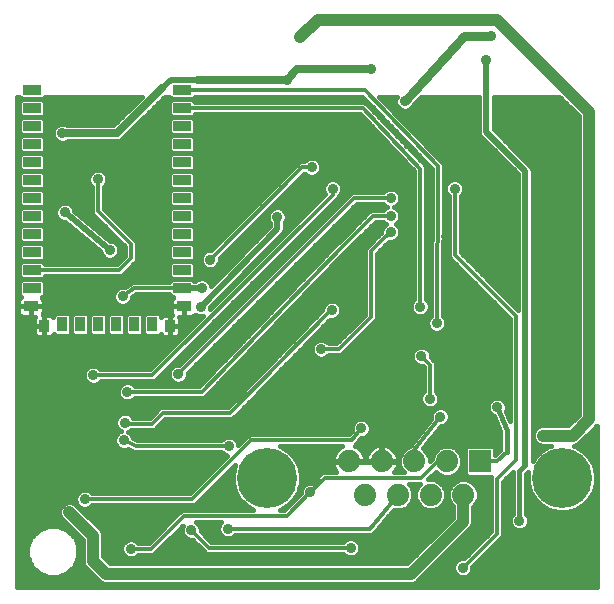
<source format=gbl>
G75*
G70*
%OFA0B0*%
%FSLAX24Y24*%
%IPPOS*%
%LPD*%
%AMOC8*
5,1,8,0,0,1.08239X$1,22.5*
%
%ADD10R,0.0600X0.0320*%
%ADD11R,0.0500X0.0320*%
%ADD12R,0.0320X0.0400*%
%ADD13R,0.0320X0.0500*%
%ADD14R,0.0740X0.0740*%
%ADD15C,0.0740*%
%ADD16C,0.2000*%
%ADD17C,0.0356*%
%ADD18C,0.0200*%
%ADD19C,0.0120*%
%ADD20C,0.0300*%
%ADD21C,0.0400*%
%ADD22C,0.0160*%
%ADD23C,0.0250*%
D10*
X000951Y012697D03*
X000951Y013297D03*
X000951Y013897D03*
X000951Y014497D03*
X000951Y015097D03*
X000951Y015697D03*
X000951Y016297D03*
X000951Y016897D03*
X000951Y017497D03*
X000951Y018097D03*
X000951Y018697D03*
X000951Y019297D03*
X005951Y019297D03*
X005951Y018697D03*
X005951Y018097D03*
X005951Y017497D03*
X005951Y016897D03*
X005951Y016297D03*
X005951Y015697D03*
X005951Y015097D03*
X005951Y014497D03*
X005951Y013897D03*
X005951Y013297D03*
X005951Y012697D03*
D11*
X006001Y012097D03*
X000901Y012097D03*
D12*
X001351Y011447D03*
X005551Y011447D03*
D13*
X004951Y011497D03*
X004351Y011497D03*
X003751Y011497D03*
X003151Y011497D03*
X002551Y011497D03*
X001951Y011497D03*
D14*
X015868Y006938D03*
D15*
X014778Y006938D03*
X015321Y005820D03*
X014231Y005820D03*
X013144Y005820D03*
X013687Y006938D03*
X012597Y006938D03*
X011506Y006938D03*
X012053Y005820D03*
D16*
X008766Y006379D03*
X018609Y006379D03*
D17*
X017979Y007796D03*
X017860Y008426D03*
X018294Y008780D03*
X018687Y008426D03*
X016443Y008741D03*
X015813Y010434D03*
X014829Y011025D03*
X014435Y011536D03*
X014081Y011025D03*
X013766Y011497D03*
X013884Y012088D03*
X012900Y012206D03*
X012900Y012717D03*
X012900Y013190D03*
X012900Y013702D03*
X012900Y014568D03*
X012900Y015119D03*
X012900Y015710D03*
X014514Y017481D03*
X014908Y017127D03*
X015026Y016025D03*
X014081Y017954D03*
X013372Y018938D03*
X012231Y020001D03*
X011128Y021654D03*
X010656Y021654D03*
X010223Y021418D03*
X009868Y021064D03*
X009435Y019647D03*
X009317Y017048D03*
X008923Y016733D03*
X008569Y016418D03*
X008215Y016103D03*
X009120Y015080D03*
X010262Y016733D03*
X010971Y016025D03*
X009278Y012639D03*
X009908Y011891D03*
X010341Y012206D03*
X010931Y011969D03*
X010577Y010670D03*
X012506Y009332D03*
X011916Y008032D03*
X010380Y007206D03*
X010223Y005906D03*
X011561Y004056D03*
X012388Y004056D03*
X012782Y004568D03*
X013057Y004056D03*
X013451Y004568D03*
X015301Y003387D03*
X016955Y003347D03*
X017467Y003347D03*
X017979Y003347D03*
X017742Y003820D03*
X017231Y003820D03*
X017191Y004962D03*
X018333Y003820D03*
X018530Y003347D03*
X014553Y008426D03*
X014199Y009017D03*
X013923Y010434D03*
X014986Y012560D03*
X014986Y013111D03*
X018845Y013190D03*
X018845Y012599D03*
X018609Y017284D03*
X018609Y018032D03*
X016089Y020316D03*
X016246Y021103D03*
X015577Y018584D03*
X015065Y018584D03*
X006876Y013662D03*
X006601Y012717D03*
X006561Y012088D03*
X004475Y012166D03*
X003963Y012442D03*
X003530Y013977D03*
X004357Y014686D03*
X004357Y015158D03*
X003136Y016340D03*
X002624Y016261D03*
X002034Y015237D03*
X001955Y017875D03*
X002585Y018387D03*
X004514Y017757D03*
X005065Y017757D03*
X005065Y018229D03*
X005813Y009843D03*
X007427Y009135D03*
X007860Y009568D03*
X008412Y008820D03*
X007506Y007442D03*
X006483Y008032D03*
X005931Y008032D03*
X004042Y008229D03*
X004002Y007639D03*
X004120Y009253D03*
X002979Y009804D03*
X002191Y005749D03*
X002191Y005237D03*
X002703Y005670D03*
X002979Y003977D03*
X004238Y004017D03*
X006246Y004647D03*
X007467Y004686D03*
X000695Y004529D03*
X000695Y005080D03*
X000734Y003032D03*
D18*
X006561Y012088D02*
X009120Y014686D01*
X009120Y015080D01*
X006601Y012717D02*
X005971Y012717D01*
X005951Y012697D01*
X003530Y013977D02*
X002034Y015237D01*
X005262Y019371D02*
X005577Y019647D01*
X006483Y019647D01*
X016089Y020316D02*
X016089Y017914D01*
X017388Y016615D01*
X017388Y006812D01*
D19*
X017073Y006969D02*
X016443Y006340D01*
X016443Y004529D01*
X015301Y003387D01*
X013144Y005820D02*
X012207Y004686D01*
X007467Y004686D01*
X006837Y004056D02*
X011561Y004056D01*
X010223Y005906D02*
X010695Y006379D01*
X013923Y006379D01*
X014483Y006938D01*
X014778Y006938D01*
X015868Y006938D02*
X016451Y006938D01*
X016758Y007245D01*
X017073Y006969D02*
X017073Y011773D01*
X015026Y013820D01*
X015026Y016025D01*
X014475Y016773D02*
X014435Y011576D01*
X014435Y011536D01*
X013884Y012088D02*
X013884Y016694D01*
X011960Y018697D01*
X005951Y018697D01*
X005951Y019297D02*
X012029Y019297D01*
X014475Y016773D01*
X012900Y015710D02*
X011679Y015710D01*
X005813Y009843D01*
X004947Y009804D02*
X002979Y009804D01*
X004120Y009253D02*
X006601Y009253D01*
X011246Y014056D01*
X012309Y015119D01*
X012900Y015119D01*
X012900Y014568D02*
X012703Y014410D01*
X012231Y013938D01*
X012231Y011733D01*
X011168Y010670D01*
X010577Y010670D01*
X010774Y011851D02*
X010892Y011969D01*
X010931Y011969D01*
X010774Y011851D02*
X007546Y008544D01*
X005301Y008544D01*
X004947Y008190D01*
X004081Y008190D01*
X004042Y008229D01*
X004002Y007639D02*
X004396Y007442D01*
X007506Y007442D01*
X008254Y007639D02*
X006286Y005670D01*
X002703Y005670D01*
X004238Y004017D02*
X004908Y004017D01*
X006010Y005119D01*
X009435Y005119D01*
X010223Y005906D01*
X011601Y007639D02*
X008254Y007639D01*
X006246Y004647D02*
X006837Y004056D01*
X011601Y007639D02*
X011916Y008032D01*
X013687Y007324D02*
X013687Y006938D01*
X013687Y007324D02*
X014553Y008426D01*
X014199Y009017D02*
X014199Y010158D01*
X013923Y010434D01*
X010971Y015828D02*
X010971Y016025D01*
X010971Y015828D02*
X004947Y009804D01*
X003963Y012442D02*
X004336Y012697D01*
X005951Y012697D01*
X006876Y013662D02*
X009947Y016733D01*
X010262Y016733D01*
X004238Y014174D02*
X004238Y013702D01*
X003845Y013308D01*
X000962Y013308D01*
X000951Y013297D01*
X003136Y015277D02*
X004238Y014174D01*
X003136Y015277D02*
X003136Y016340D01*
D20*
X013372Y018938D02*
X015341Y021103D01*
X016246Y021103D01*
D21*
X016443Y021654D02*
X011128Y021654D01*
X010459Y021654D01*
X009868Y021064D01*
X016443Y021654D02*
X019514Y018584D01*
X019514Y008347D01*
X018963Y007796D01*
X017979Y007796D01*
X015321Y005820D02*
X015301Y005800D01*
X015301Y004922D01*
X013569Y003190D01*
X003412Y003190D01*
X002979Y003623D01*
X002979Y003977D01*
X002979Y004450D01*
X002191Y005237D01*
D22*
X000442Y002740D02*
X000442Y019095D01*
X000511Y019095D01*
X000511Y019079D01*
X000593Y018997D01*
X001309Y018997D01*
X001391Y019079D01*
X001391Y019095D01*
X004612Y019095D01*
X003656Y018140D01*
X002140Y018140D01*
X002135Y018145D01*
X002018Y018193D01*
X001892Y018193D01*
X001775Y018145D01*
X001685Y018055D01*
X001637Y017938D01*
X001637Y017812D01*
X001685Y017695D01*
X001775Y017605D01*
X001892Y017557D01*
X002018Y017557D01*
X002135Y017605D01*
X002140Y017610D01*
X003713Y017610D01*
X003819Y017610D01*
X003916Y017650D01*
X005361Y019095D01*
X005511Y019095D01*
X005511Y019079D01*
X005593Y018997D01*
X006309Y018997D01*
X006391Y019079D01*
X006391Y019095D01*
X011946Y019095D01*
X014274Y016692D01*
X014237Y011788D01*
X014166Y011717D01*
X014117Y011600D01*
X014117Y011473D01*
X014166Y011356D01*
X014255Y011267D01*
X014372Y011218D01*
X014499Y011218D01*
X014615Y011267D01*
X014705Y011356D01*
X014753Y011473D01*
X014753Y011600D01*
X014705Y011717D01*
X014637Y011785D01*
X014675Y016771D01*
X014676Y016852D01*
X014675Y016853D01*
X014675Y016854D01*
X014618Y016912D01*
X012503Y019095D01*
X013093Y019095D01*
X013054Y019001D01*
X013054Y018875D01*
X013103Y018758D01*
X013192Y018668D01*
X013309Y018620D01*
X013436Y018620D01*
X013552Y018668D01*
X013642Y018758D01*
X013677Y018842D01*
X013907Y019095D01*
X015849Y019095D01*
X015849Y017867D01*
X015885Y017778D01*
X015953Y017711D01*
X017148Y016516D01*
X017148Y011980D01*
X015226Y013903D01*
X015226Y015775D01*
X015295Y015844D01*
X015344Y015961D01*
X015344Y016088D01*
X015295Y016205D01*
X015206Y016294D01*
X015089Y016343D01*
X014963Y016343D01*
X014846Y016294D01*
X014756Y016205D01*
X014708Y016088D01*
X014708Y015961D01*
X014756Y015844D01*
X014826Y015775D01*
X014826Y013737D01*
X014943Y013620D01*
X016873Y011690D01*
X016873Y008287D01*
X016735Y008615D01*
X016761Y008678D01*
X016761Y008804D01*
X016713Y008921D01*
X016623Y009011D01*
X016506Y009059D01*
X016380Y009059D01*
X016263Y009011D01*
X016173Y008921D01*
X016125Y008804D01*
X016125Y008678D01*
X016173Y008561D01*
X016263Y008471D01*
X016330Y008444D01*
X016538Y007949D01*
X016538Y007308D01*
X016378Y007148D01*
X016378Y007366D01*
X016296Y007448D01*
X015440Y007448D01*
X015358Y007366D01*
X015358Y006510D01*
X015440Y006428D01*
X016249Y006428D01*
X016243Y006422D01*
X016243Y004611D01*
X015337Y003705D01*
X015238Y003705D01*
X015121Y003656D01*
X015032Y003567D01*
X014983Y003450D01*
X014983Y003323D01*
X015032Y003207D01*
X015121Y003117D01*
X015238Y003069D01*
X015365Y003069D01*
X015482Y003117D01*
X015571Y003207D01*
X015619Y003323D01*
X015619Y003422D01*
X016643Y004446D01*
X016643Y004611D01*
X016643Y006257D01*
X016971Y006585D01*
X016971Y005191D01*
X016921Y005142D01*
X016873Y005025D01*
X016873Y004898D01*
X016921Y004781D01*
X017011Y004692D01*
X017128Y004643D01*
X017254Y004643D01*
X017371Y004692D01*
X017461Y004781D01*
X017509Y004898D01*
X017509Y005025D01*
X017461Y005142D01*
X017411Y005191D01*
X017411Y006524D01*
X017476Y006589D01*
X017486Y006593D01*
X017469Y006529D01*
X017469Y006229D01*
X017546Y005939D01*
X017696Y005679D01*
X017909Y005467D01*
X018168Y005317D01*
X018458Y005239D01*
X018759Y005239D01*
X019049Y005317D01*
X019308Y005467D01*
X019521Y005679D01*
X019671Y005939D01*
X019748Y006229D01*
X019748Y006529D01*
X019671Y006819D01*
X019521Y007079D01*
X019308Y007291D01*
X019049Y007441D01*
X018992Y007456D01*
X019030Y007456D01*
X019155Y007508D01*
X019707Y008059D01*
X019767Y008120D01*
X019767Y002740D01*
X000442Y002740D01*
X000442Y002877D02*
X003278Y002877D01*
X003219Y002902D02*
X003344Y002850D01*
X003479Y002850D01*
X013637Y002850D01*
X013762Y002902D01*
X013857Y002997D01*
X015590Y004730D01*
X015641Y004855D01*
X015641Y004990D01*
X015641Y005419D01*
X015753Y005531D01*
X015831Y005718D01*
X015831Y005921D01*
X015753Y006109D01*
X015610Y006252D01*
X015423Y006330D01*
X015220Y006330D01*
X015032Y006252D01*
X014889Y006109D01*
X014811Y005921D01*
X014811Y005718D01*
X014889Y005531D01*
X014961Y005458D01*
X014961Y005063D01*
X013428Y003530D01*
X003552Y003530D01*
X003319Y003764D01*
X003319Y004045D01*
X003319Y004382D01*
X003319Y004517D01*
X003267Y004642D01*
X002384Y005525D01*
X002259Y005577D01*
X002124Y005577D01*
X001999Y005525D01*
X001903Y005430D01*
X001851Y005305D01*
X001851Y005169D01*
X001903Y005045D01*
X002639Y004309D01*
X002639Y004045D01*
X002639Y003555D01*
X002690Y003430D01*
X002786Y003335D01*
X003219Y002902D01*
X003085Y003036D02*
X000442Y003036D01*
X000442Y003194D02*
X001215Y003194D01*
X001159Y003217D02*
X001471Y003088D01*
X001590Y003088D01*
X001590Y003088D01*
X001615Y003088D01*
X001640Y003088D01*
X001690Y003088D01*
X001809Y003088D01*
X001809Y003088D01*
X002121Y003217D01*
X002121Y003217D01*
X002361Y003456D01*
X002361Y003456D01*
X002490Y003769D01*
X002490Y004107D01*
X002361Y004419D01*
X002121Y004658D01*
X001809Y004788D01*
X001690Y004788D01*
X001640Y004788D01*
X001639Y004788D01*
X001590Y004788D01*
X001471Y004788D01*
X001159Y004658D01*
X001159Y004658D01*
X000919Y004419D01*
X000790Y004107D01*
X000790Y003769D01*
X000790Y003769D01*
X000919Y003456D01*
X001159Y003217D01*
X001159Y003217D01*
X001023Y003353D02*
X000442Y003353D01*
X000442Y003511D02*
X000897Y003511D01*
X000919Y003456D02*
X000919Y003456D01*
X000831Y003670D02*
X000442Y003670D01*
X000442Y003828D02*
X000790Y003828D01*
X000790Y003987D02*
X000442Y003987D01*
X000442Y004145D02*
X000806Y004145D01*
X000790Y004107D02*
X000790Y004107D01*
X000872Y004304D02*
X000442Y004304D01*
X000442Y004463D02*
X000963Y004463D01*
X000919Y004419D02*
X000919Y004419D01*
X001121Y004621D02*
X000442Y004621D01*
X000442Y004780D02*
X001451Y004780D01*
X001471Y004788D02*
X001471Y004788D01*
X001590Y004788D02*
X001590Y004788D01*
X001690Y004788D02*
X001690Y004788D01*
X001809Y004788D02*
X001809Y004788D01*
X001829Y004780D02*
X002168Y004780D01*
X002121Y004658D02*
X002121Y004658D01*
X002159Y004621D02*
X002326Y004621D01*
X002317Y004463D02*
X002485Y004463D01*
X002361Y004419D02*
X002361Y004419D01*
X002408Y004304D02*
X002639Y004304D01*
X002639Y004145D02*
X002474Y004145D01*
X002490Y004107D02*
X002490Y004107D01*
X002490Y003987D02*
X002639Y003987D01*
X002639Y003828D02*
X002490Y003828D01*
X002490Y003769D02*
X002490Y003769D01*
X002449Y003670D02*
X002639Y003670D01*
X002657Y003511D02*
X002383Y003511D01*
X002257Y003353D02*
X002768Y003353D01*
X002927Y003194D02*
X002065Y003194D01*
X001690Y003088D02*
X001690Y003088D01*
X001471Y003088D02*
X001471Y003088D01*
X003129Y004780D02*
X005388Y004780D01*
X005546Y004938D02*
X002971Y004938D01*
X002812Y005097D02*
X005705Y005097D01*
X005810Y005202D02*
X004825Y004217D01*
X004488Y004217D01*
X004419Y004286D01*
X004302Y004335D01*
X004175Y004335D01*
X004058Y004286D01*
X003969Y004197D01*
X003920Y004080D01*
X003920Y003953D01*
X003969Y003836D01*
X004058Y003747D01*
X004175Y003699D01*
X004302Y003699D01*
X004419Y003747D01*
X004488Y003817D01*
X004991Y003817D01*
X005108Y003934D01*
X005960Y004786D01*
X005928Y004710D01*
X005928Y004583D01*
X005977Y004466D01*
X006066Y004377D01*
X006183Y004329D01*
X006282Y004329D01*
X006637Y003973D01*
X006754Y003856D01*
X011311Y003856D01*
X011381Y003786D01*
X011498Y003738D01*
X011625Y003738D01*
X011741Y003786D01*
X011831Y003876D01*
X011879Y003993D01*
X011879Y004119D01*
X011831Y004236D01*
X011741Y004326D01*
X011625Y004374D01*
X011498Y004374D01*
X011381Y004326D01*
X011311Y004256D01*
X006920Y004256D01*
X006564Y004611D01*
X006564Y004710D01*
X006516Y004827D01*
X006426Y004916D01*
X006420Y004919D01*
X007250Y004919D01*
X007197Y004866D01*
X007149Y004749D01*
X007149Y004623D01*
X007197Y004506D01*
X007287Y004416D01*
X007403Y004368D01*
X007530Y004368D01*
X007647Y004416D01*
X007717Y004486D01*
X012135Y004486D01*
X012143Y004479D01*
X012216Y004486D01*
X012290Y004486D01*
X012297Y004494D01*
X012308Y004495D01*
X012355Y004551D01*
X012407Y004603D01*
X012407Y004614D01*
X012997Y005329D01*
X013042Y005310D01*
X013245Y005310D01*
X013433Y005387D01*
X013576Y005531D01*
X013654Y005718D01*
X013654Y005921D01*
X013576Y006109D01*
X013506Y006179D01*
X013868Y006179D01*
X013798Y006109D01*
X013721Y005921D01*
X013721Y005718D01*
X013798Y005531D01*
X013942Y005387D01*
X014129Y005310D01*
X014332Y005310D01*
X014519Y005387D01*
X014663Y005531D01*
X014741Y005718D01*
X014741Y005921D01*
X014663Y006109D01*
X014519Y006252D01*
X014332Y006330D01*
X014157Y006330D01*
X014411Y006584D01*
X014489Y006506D01*
X014676Y006428D01*
X014879Y006428D01*
X015067Y006506D01*
X015210Y006649D01*
X015288Y006836D01*
X015288Y007039D01*
X015210Y007227D01*
X015067Y007370D01*
X014879Y007448D01*
X014676Y007448D01*
X014489Y007370D01*
X014345Y007227D01*
X014268Y007039D01*
X014268Y007006D01*
X014197Y006935D01*
X014197Y007039D01*
X014120Y007227D01*
X013977Y007369D01*
X014558Y008108D01*
X014617Y008108D01*
X014734Y008156D01*
X014823Y008246D01*
X014871Y008363D01*
X014871Y008489D01*
X014823Y008606D01*
X014734Y008696D01*
X014617Y008744D01*
X014490Y008744D01*
X014373Y008696D01*
X014284Y008606D01*
X014235Y008489D01*
X014235Y008363D01*
X014240Y008351D01*
X013537Y007457D01*
X013488Y007407D01*
X013398Y007370D01*
X013255Y007227D01*
X013177Y007039D01*
X013177Y006836D01*
X013255Y006649D01*
X013325Y006579D01*
X013015Y006579D01*
X013016Y006580D01*
X013067Y006650D01*
X013106Y006727D01*
X013133Y006809D01*
X013147Y006895D01*
X013147Y006918D01*
X012617Y006918D01*
X012617Y006958D01*
X013147Y006958D01*
X013147Y006981D01*
X013133Y007067D01*
X013106Y007149D01*
X013067Y007226D01*
X013016Y007296D01*
X012955Y007357D01*
X012885Y007408D01*
X012808Y007448D01*
X012725Y007474D01*
X012640Y007488D01*
X012617Y007488D01*
X012617Y006958D01*
X012577Y006958D01*
X012577Y007488D01*
X012553Y007488D01*
X012468Y007474D01*
X012386Y007448D01*
X012308Y007408D01*
X012238Y007357D01*
X012177Y007296D01*
X012126Y007226D01*
X012087Y007149D01*
X012060Y007067D01*
X012051Y007011D01*
X012043Y007067D01*
X012016Y007149D01*
X011976Y007226D01*
X011926Y007296D01*
X011864Y007357D01*
X011794Y007408D01*
X011717Y007448D01*
X011707Y007451D01*
X011750Y007505D01*
X011801Y007556D01*
X011801Y007569D01*
X011917Y007714D01*
X011979Y007714D01*
X012096Y007763D01*
X012185Y007852D01*
X012234Y007969D01*
X012234Y008096D01*
X012185Y008213D01*
X012096Y008302D01*
X011979Y008351D01*
X011852Y008351D01*
X011735Y008302D01*
X011646Y008213D01*
X011597Y008096D01*
X011597Y007969D01*
X011601Y007960D01*
X011504Y007839D01*
X008337Y007839D01*
X008171Y007839D01*
X007824Y007492D01*
X007824Y007505D01*
X007776Y007622D01*
X007686Y007712D01*
X007569Y007760D01*
X007443Y007760D01*
X007326Y007712D01*
X007256Y007642D01*
X004443Y007642D01*
X004320Y007704D01*
X004272Y007819D01*
X004182Y007908D01*
X004140Y007926D01*
X004222Y007960D01*
X004252Y007990D01*
X005030Y007990D01*
X005147Y008107D01*
X005384Y008344D01*
X007464Y008344D01*
X007465Y008343D01*
X007546Y008344D01*
X007628Y008344D01*
X007629Y008345D01*
X007631Y008345D01*
X007687Y008403D01*
X007745Y008461D01*
X007745Y008463D01*
X010861Y011654D01*
X010868Y011651D01*
X010995Y011651D01*
X011111Y011700D01*
X011201Y011789D01*
X011249Y011906D01*
X011249Y012033D01*
X011201Y012150D01*
X011111Y012239D01*
X010995Y012288D01*
X010868Y012288D01*
X010751Y012239D01*
X010662Y012150D01*
X010613Y012033D01*
X010613Y011974D01*
X010574Y011934D01*
X010574Y011933D01*
X007461Y008744D01*
X005384Y008744D01*
X005219Y008744D01*
X004864Y008390D01*
X004319Y008390D01*
X004311Y008409D01*
X004222Y008499D01*
X004105Y008547D01*
X003978Y008547D01*
X003861Y008499D01*
X003772Y008409D01*
X003723Y008293D01*
X003723Y008166D01*
X003772Y008049D01*
X003861Y007960D01*
X003904Y007942D01*
X003822Y007908D01*
X003733Y007819D01*
X003684Y007702D01*
X003684Y007575D01*
X003733Y007459D01*
X003822Y007369D01*
X003939Y007321D01*
X004065Y007321D01*
X004134Y007349D01*
X004277Y007277D01*
X004313Y007242D01*
X004349Y007242D01*
X004381Y007226D01*
X004428Y007242D01*
X007256Y007242D01*
X007326Y007172D01*
X007443Y007124D01*
X007456Y007124D01*
X006203Y005870D01*
X002953Y005870D01*
X002883Y005940D01*
X002766Y005988D01*
X002640Y005988D01*
X002523Y005940D01*
X002433Y005850D01*
X002385Y005734D01*
X002385Y005607D01*
X002433Y005490D01*
X002523Y005401D01*
X002640Y005352D01*
X002766Y005352D01*
X002883Y005401D01*
X002953Y005470D01*
X006369Y005470D01*
X006486Y005587D01*
X007699Y006801D01*
X007626Y006529D01*
X007626Y006229D01*
X007704Y005939D01*
X007854Y005679D01*
X008066Y005467D01*
X008322Y005319D01*
X005927Y005319D01*
X005810Y005202D01*
X005810Y005202D01*
X005863Y005255D02*
X002654Y005255D01*
X002510Y005414D02*
X002495Y005414D01*
X002399Y005572D02*
X002270Y005572D01*
X002112Y005572D02*
X000442Y005572D01*
X000442Y005414D02*
X001896Y005414D01*
X001851Y005255D02*
X000442Y005255D01*
X000442Y005097D02*
X001881Y005097D01*
X002009Y004938D02*
X000442Y004938D01*
X000442Y005731D02*
X002385Y005731D01*
X002472Y005889D02*
X000442Y005889D01*
X000442Y006048D02*
X006381Y006048D01*
X006539Y006206D02*
X000442Y006206D01*
X000442Y006365D02*
X006698Y006365D01*
X006856Y006524D02*
X000442Y006524D01*
X000442Y006682D02*
X007015Y006682D01*
X007173Y006841D02*
X000442Y006841D01*
X000442Y006999D02*
X007332Y006999D01*
X007361Y007158D02*
X000442Y007158D01*
X000442Y007316D02*
X004200Y007316D01*
X004283Y007792D02*
X008125Y007792D01*
X007966Y007633D02*
X007764Y007633D01*
X007710Y008426D02*
X014235Y008426D01*
X014275Y008585D02*
X007864Y008585D01*
X008019Y008743D02*
X014028Y008743D01*
X014019Y008747D02*
X014136Y008699D01*
X014262Y008699D01*
X014379Y008747D01*
X014469Y008836D01*
X014517Y008953D01*
X014517Y009080D01*
X014469Y009197D01*
X014399Y009267D01*
X014399Y010076D01*
X014399Y010241D01*
X014242Y010399D01*
X014242Y010497D01*
X014193Y010614D01*
X014104Y010704D01*
X013987Y010752D01*
X013860Y010752D01*
X013743Y010704D01*
X013654Y010614D01*
X013605Y010497D01*
X013605Y010371D01*
X013654Y010254D01*
X013743Y010164D01*
X013860Y010116D01*
X013959Y010116D01*
X013999Y010076D01*
X013999Y009267D01*
X013929Y009197D01*
X013881Y009080D01*
X013881Y008953D01*
X013929Y008836D01*
X014019Y008747D01*
X013902Y008902D02*
X008174Y008902D01*
X008329Y009060D02*
X013881Y009060D01*
X013951Y009219D02*
X008483Y009219D01*
X008638Y009377D02*
X013999Y009377D01*
X013999Y009536D02*
X008793Y009536D01*
X008948Y009694D02*
X013999Y009694D01*
X013999Y009853D02*
X009103Y009853D01*
X009257Y010012D02*
X013999Y010012D01*
X013738Y010170D02*
X009412Y010170D01*
X009567Y010329D02*
X013623Y010329D01*
X013605Y010487D02*
X011267Y010487D01*
X011250Y010470D02*
X012313Y011533D01*
X012431Y011650D01*
X012431Y013855D01*
X012829Y014253D01*
X012837Y014250D01*
X012963Y014250D01*
X013080Y014298D01*
X013169Y014388D01*
X013218Y014505D01*
X013218Y014631D01*
X013169Y014748D01*
X013080Y014838D01*
X013066Y014843D01*
X013080Y014849D01*
X013169Y014939D01*
X013218Y015056D01*
X013218Y015182D01*
X013169Y015299D01*
X013080Y015389D01*
X013018Y015414D01*
X013080Y015440D01*
X013169Y015529D01*
X013218Y015646D01*
X013218Y015773D01*
X013169Y015890D01*
X013080Y015979D01*
X012963Y016028D01*
X012837Y016028D01*
X012720Y015979D01*
X012650Y015910D01*
X011596Y015910D01*
X011479Y015792D01*
X005848Y010162D01*
X005750Y010162D01*
X005633Y010113D01*
X005544Y010024D01*
X005495Y009907D01*
X005495Y009780D01*
X005544Y009663D01*
X005633Y009574D01*
X005750Y009525D01*
X005876Y009525D01*
X005993Y009574D01*
X006083Y009663D01*
X006131Y009780D01*
X006131Y009879D01*
X011762Y015510D01*
X012650Y015510D01*
X012720Y015440D01*
X012782Y015414D01*
X012720Y015389D01*
X012650Y015319D01*
X012226Y015319D01*
X012109Y015202D01*
X011162Y014255D01*
X011160Y014255D01*
X011104Y014197D01*
X011046Y014139D01*
X011046Y014137D01*
X006516Y009453D01*
X004370Y009453D01*
X004300Y009523D01*
X004184Y009571D01*
X004057Y009571D01*
X003940Y009523D01*
X003851Y009433D01*
X003802Y009316D01*
X003802Y009190D01*
X003851Y009073D01*
X003940Y008983D01*
X004057Y008935D01*
X004184Y008935D01*
X004300Y008983D01*
X004370Y009053D01*
X006520Y009053D01*
X006521Y009052D01*
X006602Y009053D01*
X006683Y009053D01*
X006685Y009054D01*
X006687Y009054D01*
X006742Y009112D01*
X006801Y009170D01*
X006801Y009172D01*
X011388Y013915D01*
X012392Y014919D01*
X012650Y014919D01*
X012720Y014849D01*
X012734Y014843D01*
X012720Y014838D01*
X012630Y014748D01*
X012582Y014631D01*
X012582Y014572D01*
X012569Y014560D01*
X012513Y014515D01*
X012512Y014502D01*
X012031Y014021D01*
X012031Y013855D01*
X012031Y011816D01*
X011085Y010870D01*
X010827Y010870D01*
X010757Y010940D01*
X010640Y010988D01*
X010514Y010988D01*
X010397Y010940D01*
X010307Y010850D01*
X010259Y010734D01*
X010259Y010607D01*
X010307Y010490D01*
X010397Y010401D01*
X010514Y010352D01*
X010640Y010352D01*
X010757Y010401D01*
X010827Y010470D01*
X011085Y010470D01*
X011250Y010470D01*
X011426Y010646D02*
X013685Y010646D01*
X014162Y010646D02*
X016873Y010646D01*
X016873Y010804D02*
X011584Y010804D01*
X011743Y010963D02*
X016873Y010963D01*
X016873Y011121D02*
X011901Y011121D01*
X012060Y011280D02*
X014242Y011280D01*
X014131Y011438D02*
X012219Y011438D01*
X012377Y011597D02*
X014117Y011597D01*
X014205Y011756D02*
X012431Y011756D01*
X012431Y011914D02*
X013612Y011914D01*
X013614Y011907D02*
X013704Y011818D01*
X013821Y011769D01*
X013947Y011769D01*
X014064Y011818D01*
X014154Y011907D01*
X014202Y012024D01*
X014202Y012151D01*
X014154Y012268D01*
X014084Y012337D01*
X014084Y016692D01*
X014086Y016773D01*
X014084Y016774D01*
X014084Y016777D01*
X014027Y016834D01*
X012160Y018777D01*
X012160Y018780D01*
X012102Y018837D01*
X012046Y018895D01*
X012044Y018895D01*
X012043Y018897D01*
X011962Y018897D01*
X011881Y018899D01*
X011879Y018897D01*
X006391Y018897D01*
X006391Y018915D01*
X006309Y018997D01*
X005593Y018997D01*
X005511Y018915D01*
X005511Y018479D01*
X005593Y018397D01*
X006309Y018397D01*
X006391Y018479D01*
X006391Y018497D01*
X011874Y018497D01*
X013684Y016613D01*
X013684Y012337D01*
X013614Y012268D01*
X013566Y012151D01*
X013566Y012024D01*
X013614Y011907D01*
X013566Y012073D02*
X012431Y012073D01*
X012431Y012231D02*
X013599Y012231D01*
X013684Y012390D02*
X012431Y012390D01*
X012431Y012548D02*
X013684Y012548D01*
X013684Y012707D02*
X012431Y012707D01*
X012431Y012865D02*
X013684Y012865D01*
X013684Y013024D02*
X012431Y013024D01*
X012431Y013182D02*
X013684Y013182D01*
X013684Y013341D02*
X012431Y013341D01*
X012431Y013499D02*
X013684Y013499D01*
X013684Y013658D02*
X012431Y013658D01*
X012431Y013817D02*
X013684Y013817D01*
X013684Y013975D02*
X012551Y013975D01*
X012709Y014134D02*
X013684Y014134D01*
X013684Y014292D02*
X013066Y014292D01*
X013196Y014451D02*
X013684Y014451D01*
X013684Y014609D02*
X013218Y014609D01*
X013150Y014768D02*
X013684Y014768D01*
X013684Y014926D02*
X013157Y014926D01*
X013218Y015085D02*
X013684Y015085D01*
X013684Y015243D02*
X013193Y015243D01*
X013048Y015402D02*
X013684Y015402D01*
X013684Y015561D02*
X013182Y015561D01*
X013218Y015719D02*
X013684Y015719D01*
X013684Y015878D02*
X013175Y015878D01*
X013684Y016036D02*
X011289Y016036D01*
X011289Y016088D02*
X011240Y016205D01*
X011151Y016294D01*
X011034Y016343D01*
X010907Y016343D01*
X010791Y016294D01*
X010701Y016205D01*
X010653Y016088D01*
X010653Y015961D01*
X010701Y015844D01*
X010703Y015843D01*
X006876Y012016D01*
X006879Y012024D01*
X006879Y012069D01*
X009289Y014515D01*
X009324Y014550D01*
X009324Y014551D01*
X009325Y014552D01*
X009342Y014594D01*
X009360Y014638D01*
X009360Y014639D01*
X009361Y014640D01*
X009360Y014688D01*
X009360Y014870D01*
X009390Y014899D01*
X009438Y015016D01*
X009438Y015143D01*
X009390Y015260D01*
X009300Y015349D01*
X009184Y015398D01*
X009057Y015398D01*
X008940Y015349D01*
X008851Y015260D01*
X008802Y015143D01*
X008802Y015016D01*
X008851Y014899D01*
X008880Y014870D01*
X008880Y014784D01*
X006915Y012789D01*
X006870Y012898D01*
X006781Y012987D01*
X006664Y013036D01*
X006537Y013036D01*
X006420Y012987D01*
X006391Y012957D01*
X006349Y012957D01*
X006309Y012997D01*
X006391Y013079D01*
X006391Y013515D01*
X006309Y013597D01*
X006391Y013679D01*
X006391Y014115D01*
X006309Y014197D01*
X006391Y014279D01*
X006391Y014715D01*
X006309Y014797D01*
X006391Y014879D01*
X006391Y015315D01*
X006309Y015397D01*
X006391Y015479D01*
X006391Y015915D01*
X006309Y015997D01*
X006391Y016079D01*
X006391Y016515D01*
X006309Y016597D01*
X006391Y016679D01*
X006391Y017115D01*
X006309Y017197D01*
X006391Y017279D01*
X006391Y017715D01*
X006309Y017797D01*
X006391Y017879D01*
X006391Y018315D01*
X006309Y018397D01*
X005593Y018397D01*
X005511Y018315D01*
X005511Y017879D01*
X005593Y017797D01*
X006309Y017797D01*
X005593Y017797D01*
X005511Y017715D01*
X005511Y017279D01*
X005593Y017197D01*
X006309Y017197D01*
X005593Y017197D01*
X005511Y017115D01*
X005511Y016679D01*
X005593Y016597D01*
X006309Y016597D01*
X005593Y016597D01*
X005511Y016515D01*
X005511Y016079D01*
X005593Y015997D01*
X006309Y015997D01*
X005593Y015997D01*
X005511Y015915D01*
X005511Y015479D01*
X005593Y015397D01*
X006309Y015397D01*
X005593Y015397D01*
X005511Y015315D01*
X005511Y014879D01*
X005593Y014797D01*
X006309Y014797D01*
X005593Y014797D01*
X005511Y014715D01*
X005511Y014279D01*
X005593Y014197D01*
X006309Y014197D01*
X005593Y014197D01*
X005511Y014115D01*
X005511Y013679D01*
X005593Y013597D01*
X006309Y013597D01*
X005593Y013597D01*
X005511Y013515D01*
X005511Y013079D01*
X005593Y012997D01*
X006309Y012997D01*
X005593Y012997D01*
X005511Y012915D01*
X005511Y012897D01*
X004355Y012897D01*
X004292Y012909D01*
X004274Y012897D01*
X004253Y012897D01*
X004208Y012851D01*
X004056Y012748D01*
X004026Y012760D01*
X003900Y012760D01*
X003783Y012712D01*
X003693Y012622D01*
X003645Y012505D01*
X003645Y012379D01*
X003693Y012262D01*
X003783Y012172D01*
X003900Y012124D01*
X004026Y012124D01*
X004143Y012172D01*
X004232Y012262D01*
X004281Y012379D01*
X004281Y012417D01*
X004398Y012497D01*
X005511Y012497D01*
X005511Y012479D01*
X005593Y012397D01*
X005636Y012397D01*
X005607Y012368D01*
X005583Y012326D01*
X005571Y012281D01*
X005571Y012097D01*
X006001Y012097D01*
X006001Y012097D01*
X005571Y012097D01*
X005571Y011913D01*
X005583Y011868D01*
X005607Y011827D01*
X005551Y011827D01*
X005367Y011827D01*
X005322Y011815D01*
X005280Y011791D01*
X005251Y011761D01*
X005251Y011805D01*
X005169Y011887D01*
X004733Y011887D01*
X004651Y011805D01*
X004569Y011887D01*
X004133Y011887D01*
X004051Y011805D01*
X003969Y011887D01*
X003533Y011887D01*
X003451Y011805D01*
X003369Y011887D01*
X002933Y011887D01*
X002851Y011805D01*
X002769Y011887D01*
X002333Y011887D01*
X002251Y011805D01*
X002169Y011887D01*
X001733Y011887D01*
X001651Y011805D01*
X001651Y011761D01*
X001622Y011791D01*
X001580Y011815D01*
X001535Y011827D01*
X001351Y011827D01*
X001295Y011827D01*
X001319Y011868D01*
X001331Y011913D01*
X001331Y012097D01*
X001331Y012281D01*
X001319Y012326D01*
X001295Y012368D01*
X001266Y012397D01*
X001309Y012397D01*
X001391Y012479D01*
X001391Y012915D01*
X001309Y012997D01*
X001391Y013079D01*
X001391Y013108D01*
X003928Y013108D01*
X004045Y013225D01*
X004438Y013619D01*
X004438Y013785D01*
X004438Y014257D01*
X004321Y014374D01*
X003336Y015359D01*
X003336Y016090D01*
X003406Y016159D01*
X003454Y016276D01*
X003454Y016403D01*
X003406Y016520D01*
X003316Y016609D01*
X003199Y016658D01*
X003073Y016658D01*
X002956Y016609D01*
X002866Y016520D01*
X002818Y016403D01*
X002818Y016276D01*
X002866Y016159D01*
X002936Y016090D01*
X002936Y015359D01*
X002936Y015194D01*
X004038Y014091D01*
X004038Y013785D01*
X003762Y013508D01*
X001391Y013508D01*
X001391Y013515D01*
X001309Y013597D01*
X001391Y013679D01*
X001391Y014115D01*
X001309Y014197D01*
X001391Y014279D01*
X001391Y014715D01*
X001309Y014797D01*
X001391Y014879D01*
X001391Y015315D01*
X001309Y015397D01*
X001391Y015479D01*
X001391Y015915D01*
X001309Y015997D01*
X001391Y016079D01*
X001391Y016515D01*
X001309Y016597D01*
X001391Y016679D01*
X001391Y017115D01*
X001309Y017197D01*
X001391Y017279D01*
X001391Y017715D01*
X001309Y017797D01*
X001391Y017879D01*
X001391Y018315D01*
X001309Y018397D01*
X001391Y018479D01*
X001391Y018915D01*
X001309Y018997D01*
X000593Y018997D01*
X000511Y018915D01*
X000511Y018479D01*
X000593Y018397D01*
X001309Y018397D01*
X000593Y018397D01*
X000511Y018315D01*
X000511Y017879D01*
X000593Y017797D01*
X001309Y017797D01*
X000593Y017797D01*
X000511Y017715D01*
X000511Y017279D01*
X000593Y017197D01*
X001309Y017197D01*
X000593Y017197D01*
X000511Y017115D01*
X000511Y016679D01*
X000593Y016597D01*
X001309Y016597D01*
X000593Y016597D01*
X000511Y016515D01*
X000511Y016079D01*
X000593Y015997D01*
X001309Y015997D01*
X000593Y015997D01*
X000511Y015915D01*
X000511Y015479D01*
X000593Y015397D01*
X001309Y015397D01*
X000593Y015397D01*
X000511Y015315D01*
X000511Y014879D01*
X000593Y014797D01*
X001309Y014797D01*
X000593Y014797D01*
X000511Y014715D01*
X000511Y014279D01*
X000593Y014197D01*
X001309Y014197D01*
X000593Y014197D01*
X000511Y014115D01*
X000511Y013679D01*
X000593Y013597D01*
X001309Y013597D01*
X000593Y013597D01*
X000511Y013515D01*
X000511Y013079D01*
X000593Y012997D01*
X001309Y012997D01*
X000593Y012997D01*
X000511Y012915D01*
X000511Y012479D01*
X000571Y012419D01*
X000540Y012401D01*
X000507Y012368D01*
X000483Y012326D01*
X000471Y012281D01*
X000471Y012097D01*
X000901Y012097D01*
X000901Y012097D01*
X000471Y012097D01*
X000471Y011913D01*
X000483Y011868D01*
X000507Y011826D01*
X000540Y011793D01*
X000582Y011769D01*
X000627Y011757D01*
X000901Y011757D01*
X001047Y011757D01*
X001023Y011716D01*
X001011Y011671D01*
X001011Y011447D01*
X001351Y011447D01*
X001351Y011447D01*
X001011Y011447D01*
X001011Y011223D01*
X001023Y011178D01*
X001047Y011136D01*
X001080Y011103D01*
X001122Y011079D01*
X001167Y011067D01*
X001351Y011067D01*
X001535Y011067D01*
X001580Y011079D01*
X001622Y011103D01*
X001655Y011136D01*
X001673Y011167D01*
X001733Y011107D01*
X002169Y011107D01*
X002251Y011189D01*
X002251Y011805D01*
X002251Y011189D01*
X002333Y011107D01*
X002769Y011107D01*
X002851Y011189D01*
X002933Y011107D01*
X003369Y011107D01*
X003451Y011189D01*
X003533Y011107D01*
X003969Y011107D01*
X004051Y011189D01*
X004133Y011107D01*
X004569Y011107D01*
X004651Y011189D01*
X004651Y011805D01*
X004651Y011189D01*
X004733Y011107D01*
X005169Y011107D01*
X005229Y011167D01*
X005247Y011136D01*
X005280Y011103D01*
X005322Y011079D01*
X005367Y011067D01*
X005551Y011067D01*
X005735Y011067D01*
X005780Y011079D01*
X005822Y011103D01*
X005855Y011136D01*
X005879Y011178D01*
X005891Y011223D01*
X005891Y011447D01*
X005891Y011671D01*
X005879Y011716D01*
X005855Y011757D01*
X006001Y011757D01*
X006275Y011757D01*
X006320Y011769D01*
X006362Y011793D01*
X006385Y011816D01*
X006498Y011769D01*
X006625Y011769D01*
X006633Y011773D01*
X004864Y010004D01*
X003228Y010004D01*
X003159Y010074D01*
X003042Y010122D01*
X002915Y010122D01*
X002798Y010074D01*
X002709Y009984D01*
X002660Y009867D01*
X002660Y009741D01*
X002709Y009624D01*
X002798Y009534D01*
X002915Y009486D01*
X003042Y009486D01*
X003159Y009534D01*
X003228Y009604D01*
X004864Y009604D01*
X005030Y009604D01*
X011171Y015745D01*
X011171Y015775D01*
X011240Y015844D01*
X011289Y015961D01*
X011289Y016088D01*
X011245Y016195D02*
X013684Y016195D01*
X013684Y016353D02*
X009850Y016353D01*
X009691Y016195D02*
X010697Y016195D01*
X010653Y016036D02*
X009533Y016036D01*
X009374Y015878D02*
X010687Y015878D01*
X010579Y015719D02*
X009216Y015719D01*
X009057Y015561D02*
X010421Y015561D01*
X010262Y015402D02*
X008899Y015402D01*
X008844Y015243D02*
X008740Y015243D01*
X008802Y015085D02*
X008582Y015085D01*
X008423Y014926D02*
X008839Y014926D01*
X008864Y014768D02*
X008264Y014768D01*
X008106Y014609D02*
X008708Y014609D01*
X008552Y014451D02*
X007947Y014451D01*
X007789Y014292D02*
X008396Y014292D01*
X008240Y014134D02*
X007630Y014134D01*
X007472Y013975D02*
X008083Y013975D01*
X007927Y013817D02*
X007313Y013817D01*
X007194Y013698D02*
X007194Y013599D01*
X007146Y013482D01*
X007056Y013393D01*
X006939Y013344D01*
X006813Y013344D01*
X006696Y013393D01*
X006607Y013482D01*
X006558Y013599D01*
X006558Y013726D01*
X006607Y013843D01*
X006696Y013932D01*
X006813Y013980D01*
X006911Y013980D01*
X009747Y016816D01*
X009864Y016933D01*
X010012Y016933D01*
X010082Y017003D01*
X010199Y017051D01*
X010325Y017051D01*
X010442Y017003D01*
X010532Y016913D01*
X010580Y016796D01*
X010580Y016670D01*
X010532Y016553D01*
X010442Y016464D01*
X010325Y016415D01*
X010199Y016415D01*
X010082Y016464D01*
X010021Y016524D01*
X007194Y013698D01*
X007194Y013658D02*
X007771Y013658D01*
X007615Y013499D02*
X007153Y013499D01*
X007459Y013341D02*
X006391Y013341D01*
X006391Y013499D02*
X006599Y013499D01*
X006558Y013658D02*
X006370Y013658D01*
X006391Y013817D02*
X006596Y013817D01*
X006391Y013975D02*
X006800Y013975D01*
X007065Y014134D02*
X006372Y014134D01*
X006391Y014292D02*
X007223Y014292D01*
X007382Y014451D02*
X006391Y014451D01*
X006391Y014609D02*
X007540Y014609D01*
X007699Y014768D02*
X006338Y014768D01*
X006391Y014926D02*
X007857Y014926D01*
X008016Y015085D02*
X006391Y015085D01*
X006391Y015243D02*
X008174Y015243D01*
X008333Y015402D02*
X006314Y015402D01*
X006391Y015561D02*
X008492Y015561D01*
X008650Y015719D02*
X006391Y015719D01*
X006391Y015878D02*
X008809Y015878D01*
X008967Y016036D02*
X006348Y016036D01*
X006391Y016195D02*
X009126Y016195D01*
X009284Y016353D02*
X006391Y016353D01*
X006391Y016512D02*
X009443Y016512D01*
X009601Y016670D02*
X006382Y016670D01*
X006391Y016829D02*
X009760Y016829D01*
X010066Y016987D02*
X006391Y016987D01*
X006360Y017146D02*
X013172Y017146D01*
X013020Y017305D02*
X006391Y017305D01*
X006391Y017463D02*
X012868Y017463D01*
X012715Y017622D02*
X006391Y017622D01*
X006326Y017780D02*
X012563Y017780D01*
X012411Y017939D02*
X006391Y017939D01*
X006391Y018097D02*
X012259Y018097D01*
X012106Y018256D02*
X006391Y018256D01*
X006326Y018414D02*
X011954Y018414D01*
X012204Y018731D02*
X012298Y018731D01*
X012356Y018573D02*
X012452Y018573D01*
X012509Y018414D02*
X012606Y018414D01*
X012661Y018256D02*
X012759Y018256D01*
X012813Y018097D02*
X012913Y018097D01*
X012965Y017939D02*
X013066Y017939D01*
X013118Y017780D02*
X013220Y017780D01*
X013270Y017622D02*
X013374Y017622D01*
X013422Y017463D02*
X013527Y017463D01*
X013575Y017305D02*
X013681Y017305D01*
X013727Y017146D02*
X013834Y017146D01*
X013879Y016987D02*
X013988Y016987D01*
X014032Y016829D02*
X014142Y016829D01*
X014084Y016670D02*
X014274Y016670D01*
X014273Y016512D02*
X014084Y016512D01*
X014084Y016353D02*
X014271Y016353D01*
X014270Y016195D02*
X014084Y016195D01*
X014084Y016036D02*
X014269Y016036D01*
X014268Y015878D02*
X014084Y015878D01*
X014084Y015719D02*
X014267Y015719D01*
X014266Y015561D02*
X014084Y015561D01*
X014084Y015402D02*
X014264Y015402D01*
X014263Y015243D02*
X014084Y015243D01*
X014084Y015085D02*
X014262Y015085D01*
X014261Y014926D02*
X014084Y014926D01*
X014084Y014768D02*
X014259Y014768D01*
X014258Y014609D02*
X014084Y014609D01*
X014084Y014451D02*
X014257Y014451D01*
X014256Y014292D02*
X014084Y014292D01*
X014084Y014134D02*
X014255Y014134D01*
X014254Y013975D02*
X014084Y013975D01*
X014084Y013817D02*
X014252Y013817D01*
X014251Y013658D02*
X014084Y013658D01*
X014084Y013499D02*
X014250Y013499D01*
X014249Y013341D02*
X014084Y013341D01*
X014084Y013182D02*
X014247Y013182D01*
X014246Y013024D02*
X014084Y013024D01*
X014084Y012865D02*
X014245Y012865D01*
X014244Y012707D02*
X014084Y012707D01*
X014084Y012548D02*
X014243Y012548D01*
X014241Y012390D02*
X014084Y012390D01*
X014169Y012231D02*
X014240Y012231D01*
X014239Y012073D02*
X014202Y012073D01*
X014238Y011914D02*
X014156Y011914D01*
X014638Y011914D02*
X016649Y011914D01*
X016807Y011756D02*
X014666Y011756D01*
X014753Y011597D02*
X016873Y011597D01*
X016873Y011438D02*
X014739Y011438D01*
X014629Y011280D02*
X016873Y011280D01*
X017056Y012073D02*
X017148Y012073D01*
X017148Y012231D02*
X016897Y012231D01*
X016739Y012390D02*
X017148Y012390D01*
X017148Y012548D02*
X016580Y012548D01*
X016422Y012707D02*
X017148Y012707D01*
X017148Y012865D02*
X016263Y012865D01*
X016105Y013024D02*
X017148Y013024D01*
X017148Y013182D02*
X015946Y013182D01*
X015788Y013341D02*
X017148Y013341D01*
X017148Y013499D02*
X015629Y013499D01*
X015470Y013658D02*
X017148Y013658D01*
X017148Y013817D02*
X015312Y013817D01*
X015226Y013975D02*
X017148Y013975D01*
X017148Y014134D02*
X015226Y014134D01*
X015226Y014292D02*
X017148Y014292D01*
X017148Y014451D02*
X015226Y014451D01*
X015226Y014609D02*
X017148Y014609D01*
X017148Y014768D02*
X015226Y014768D01*
X015226Y014926D02*
X017148Y014926D01*
X017148Y015085D02*
X015226Y015085D01*
X015226Y015243D02*
X017148Y015243D01*
X017148Y015402D02*
X015226Y015402D01*
X015226Y015561D02*
X017148Y015561D01*
X017148Y015719D02*
X015226Y015719D01*
X015309Y015878D02*
X017148Y015878D01*
X017148Y016036D02*
X015344Y016036D01*
X015300Y016195D02*
X017148Y016195D01*
X017148Y016353D02*
X014671Y016353D01*
X014670Y016195D02*
X014752Y016195D01*
X014708Y016036D02*
X014669Y016036D01*
X014668Y015878D02*
X014742Y015878D01*
X014667Y015719D02*
X014826Y015719D01*
X014826Y015561D02*
X014665Y015561D01*
X014664Y015402D02*
X014826Y015402D01*
X014826Y015243D02*
X014663Y015243D01*
X014662Y015085D02*
X014826Y015085D01*
X014826Y014926D02*
X014661Y014926D01*
X014659Y014768D02*
X014826Y014768D01*
X014826Y014609D02*
X014658Y014609D01*
X014657Y014451D02*
X014826Y014451D01*
X014826Y014292D02*
X014656Y014292D01*
X014655Y014134D02*
X014826Y014134D01*
X014826Y013975D02*
X014653Y013975D01*
X014652Y013817D02*
X014826Y013817D01*
X014905Y013658D02*
X014651Y013658D01*
X014650Y013499D02*
X015063Y013499D01*
X015222Y013341D02*
X014649Y013341D01*
X014647Y013182D02*
X015380Y013182D01*
X015539Y013024D02*
X014646Y013024D01*
X014645Y012865D02*
X015697Y012865D01*
X015856Y012707D02*
X014644Y012707D01*
X014643Y012548D02*
X016015Y012548D01*
X016173Y012390D02*
X014641Y012390D01*
X014640Y012231D02*
X016332Y012231D01*
X016490Y012073D02*
X014639Y012073D01*
X014242Y010487D02*
X016873Y010487D01*
X016873Y010329D02*
X014312Y010329D01*
X014399Y010170D02*
X016873Y010170D01*
X016873Y010012D02*
X014399Y010012D01*
X014399Y009853D02*
X016873Y009853D01*
X016873Y009694D02*
X014399Y009694D01*
X014399Y009536D02*
X016873Y009536D01*
X016873Y009377D02*
X014399Y009377D01*
X014447Y009219D02*
X016873Y009219D01*
X016873Y009060D02*
X014517Y009060D01*
X014496Y008902D02*
X016165Y008902D01*
X016125Y008743D02*
X014619Y008743D01*
X014488Y008743D02*
X014370Y008743D01*
X014832Y008585D02*
X016164Y008585D01*
X016337Y008426D02*
X014871Y008426D01*
X014832Y008268D02*
X016404Y008268D01*
X016471Y008109D02*
X014619Y008109D01*
X014434Y007950D02*
X016537Y007950D01*
X016538Y007792D02*
X014309Y007792D01*
X014185Y007633D02*
X016538Y007633D01*
X016538Y007475D02*
X014060Y007475D01*
X014030Y007316D02*
X014435Y007316D01*
X014317Y007158D02*
X014148Y007158D01*
X014197Y006999D02*
X014261Y006999D01*
X014351Y006524D02*
X014471Y006524D01*
X014192Y006365D02*
X016243Y006365D01*
X016243Y006206D02*
X015656Y006206D01*
X015779Y006048D02*
X016243Y006048D01*
X016243Y005889D02*
X015831Y005889D01*
X015831Y005731D02*
X016243Y005731D01*
X016243Y005572D02*
X015771Y005572D01*
X015641Y005414D02*
X016243Y005414D01*
X016243Y005255D02*
X015641Y005255D01*
X015641Y005097D02*
X016243Y005097D01*
X016243Y004938D02*
X015641Y004938D01*
X015610Y004780D02*
X016243Y004780D01*
X016243Y004621D02*
X015481Y004621D01*
X015323Y004463D02*
X016094Y004463D01*
X015936Y004304D02*
X015164Y004304D01*
X015005Y004145D02*
X015777Y004145D01*
X015619Y003987D02*
X014847Y003987D01*
X014688Y003828D02*
X015460Y003828D01*
X015154Y003670D02*
X014530Y003670D01*
X014371Y003511D02*
X015009Y003511D01*
X014983Y003353D02*
X014213Y003353D01*
X014054Y003194D02*
X015044Y003194D01*
X015559Y003194D02*
X019767Y003194D01*
X019767Y003036D02*
X013896Y003036D01*
X013702Y002877D02*
X019767Y002877D01*
X019767Y003353D02*
X015619Y003353D01*
X015709Y003511D02*
X019767Y003511D01*
X019767Y003670D02*
X015867Y003670D01*
X016026Y003828D02*
X019767Y003828D01*
X019767Y003987D02*
X016184Y003987D01*
X016343Y004145D02*
X019767Y004145D01*
X019767Y004304D02*
X016501Y004304D01*
X016643Y004463D02*
X019767Y004463D01*
X019767Y004621D02*
X016643Y004621D01*
X016643Y004780D02*
X016923Y004780D01*
X016873Y004938D02*
X016643Y004938D01*
X016643Y005097D02*
X016903Y005097D01*
X016971Y005255D02*
X016643Y005255D01*
X016643Y005414D02*
X016971Y005414D01*
X016971Y005572D02*
X016643Y005572D01*
X016643Y005731D02*
X016971Y005731D01*
X016971Y005889D02*
X016643Y005889D01*
X016643Y006048D02*
X016971Y006048D01*
X016971Y006206D02*
X016643Y006206D01*
X016751Y006365D02*
X016971Y006365D01*
X016971Y006524D02*
X016910Y006524D01*
X017191Y006615D02*
X017191Y004962D01*
X017479Y005097D02*
X019767Y005097D01*
X019767Y005255D02*
X018820Y005255D01*
X018397Y005255D02*
X017411Y005255D01*
X017411Y005414D02*
X018000Y005414D01*
X017803Y005572D02*
X017411Y005572D01*
X017411Y005731D02*
X017666Y005731D01*
X017575Y005889D02*
X017411Y005889D01*
X017411Y006048D02*
X017517Y006048D01*
X017474Y006206D02*
X017411Y006206D01*
X017411Y006365D02*
X017469Y006365D01*
X017469Y006524D02*
X017411Y006524D01*
X017191Y006615D02*
X017388Y006812D01*
X017628Y006961D02*
X017628Y016567D01*
X017628Y016663D01*
X017591Y016751D01*
X016329Y018014D01*
X016329Y019095D01*
X018521Y019095D01*
X019174Y018443D01*
X019174Y008488D01*
X018822Y008136D01*
X017911Y008136D01*
X017786Y008084D01*
X017690Y007989D01*
X017639Y007864D01*
X017639Y007729D01*
X017690Y007604D01*
X017786Y007508D01*
X017911Y007456D01*
X018225Y007456D01*
X018168Y007441D01*
X017909Y007291D01*
X017696Y007079D01*
X017628Y006961D01*
X017628Y006999D02*
X017650Y006999D01*
X017628Y007158D02*
X017775Y007158D01*
X017628Y007316D02*
X017952Y007316D01*
X017866Y007475D02*
X017628Y007475D01*
X017628Y007633D02*
X017678Y007633D01*
X017639Y007792D02*
X017628Y007792D01*
X017628Y007950D02*
X017674Y007950D01*
X017628Y008109D02*
X017845Y008109D01*
X017628Y008268D02*
X018953Y008268D01*
X019112Y008426D02*
X017628Y008426D01*
X017628Y008585D02*
X019174Y008585D01*
X019174Y008743D02*
X017628Y008743D01*
X017628Y008902D02*
X019174Y008902D01*
X019174Y009060D02*
X017628Y009060D01*
X017628Y009219D02*
X019174Y009219D01*
X019174Y009377D02*
X017628Y009377D01*
X017628Y009536D02*
X019174Y009536D01*
X019174Y009694D02*
X017628Y009694D01*
X017628Y009853D02*
X019174Y009853D01*
X019174Y010012D02*
X017628Y010012D01*
X017628Y010170D02*
X019174Y010170D01*
X019174Y010329D02*
X017628Y010329D01*
X017628Y010487D02*
X019174Y010487D01*
X019174Y010646D02*
X017628Y010646D01*
X017628Y010804D02*
X019174Y010804D01*
X019174Y010963D02*
X017628Y010963D01*
X017628Y011121D02*
X019174Y011121D01*
X019174Y011280D02*
X017628Y011280D01*
X017628Y011438D02*
X019174Y011438D01*
X019174Y011597D02*
X017628Y011597D01*
X017628Y011756D02*
X019174Y011756D01*
X019174Y011914D02*
X017628Y011914D01*
X017628Y012073D02*
X019174Y012073D01*
X019174Y012231D02*
X017628Y012231D01*
X017628Y012390D02*
X019174Y012390D01*
X019174Y012548D02*
X017628Y012548D01*
X017628Y012707D02*
X019174Y012707D01*
X019174Y012865D02*
X017628Y012865D01*
X017628Y013024D02*
X019174Y013024D01*
X019174Y013182D02*
X017628Y013182D01*
X017628Y013341D02*
X019174Y013341D01*
X019174Y013499D02*
X017628Y013499D01*
X017628Y013658D02*
X019174Y013658D01*
X019174Y013817D02*
X017628Y013817D01*
X017628Y013975D02*
X019174Y013975D01*
X019174Y014134D02*
X017628Y014134D01*
X017628Y014292D02*
X019174Y014292D01*
X019174Y014451D02*
X017628Y014451D01*
X017628Y014609D02*
X019174Y014609D01*
X019174Y014768D02*
X017628Y014768D01*
X017628Y014926D02*
X019174Y014926D01*
X019174Y015085D02*
X017628Y015085D01*
X017628Y015243D02*
X019174Y015243D01*
X019174Y015402D02*
X017628Y015402D01*
X017628Y015561D02*
X019174Y015561D01*
X019174Y015719D02*
X017628Y015719D01*
X017628Y015878D02*
X019174Y015878D01*
X019174Y016036D02*
X017628Y016036D01*
X017628Y016195D02*
X019174Y016195D01*
X019174Y016353D02*
X017628Y016353D01*
X017628Y016512D02*
X019174Y016512D01*
X019174Y016670D02*
X017625Y016670D01*
X017514Y016829D02*
X019174Y016829D01*
X019174Y016987D02*
X017355Y016987D01*
X017197Y017146D02*
X019174Y017146D01*
X019174Y017305D02*
X017038Y017305D01*
X016879Y017463D02*
X019174Y017463D01*
X019174Y017622D02*
X016721Y017622D01*
X016562Y017780D02*
X019174Y017780D01*
X019174Y017939D02*
X016404Y017939D01*
X016329Y018097D02*
X019174Y018097D01*
X019174Y018256D02*
X016329Y018256D01*
X016329Y018414D02*
X019174Y018414D01*
X019044Y018573D02*
X016329Y018573D01*
X016329Y018731D02*
X018885Y018731D01*
X018727Y018890D02*
X016329Y018890D01*
X016329Y019049D02*
X018568Y019049D01*
X016518Y017146D02*
X014391Y017146D01*
X014238Y017305D02*
X016359Y017305D01*
X016201Y017463D02*
X014084Y017463D01*
X013931Y017622D02*
X016042Y017622D01*
X015885Y017780D02*
X013777Y017780D01*
X013623Y017939D02*
X015849Y017939D01*
X015849Y018097D02*
X013470Y018097D01*
X013316Y018256D02*
X015849Y018256D01*
X015849Y018414D02*
X013163Y018414D01*
X013009Y018573D02*
X015849Y018573D01*
X015849Y018731D02*
X013616Y018731D01*
X013721Y018890D02*
X015849Y018890D01*
X015849Y019049D02*
X013865Y019049D01*
X013129Y018731D02*
X012855Y018731D01*
X012702Y018890D02*
X013054Y018890D01*
X013074Y019049D02*
X012548Y019049D01*
X012145Y018890D02*
X012052Y018890D01*
X011991Y019049D02*
X006361Y019049D01*
X005541Y019049D02*
X005314Y019049D01*
X005156Y018890D02*
X005511Y018890D01*
X005511Y018731D02*
X004997Y018731D01*
X004839Y018573D02*
X005511Y018573D01*
X005576Y018414D02*
X004680Y018414D01*
X004521Y018256D02*
X005511Y018256D01*
X005511Y018097D02*
X004363Y018097D01*
X004204Y017939D02*
X005511Y017939D01*
X005576Y017780D02*
X004046Y017780D01*
X003847Y017622D02*
X005511Y017622D01*
X005511Y017463D02*
X001391Y017463D01*
X001391Y017305D02*
X005511Y017305D01*
X005542Y017146D02*
X001360Y017146D01*
X001391Y016987D02*
X005511Y016987D01*
X005511Y016829D02*
X001391Y016829D01*
X001382Y016670D02*
X005520Y016670D01*
X005511Y016512D02*
X003409Y016512D01*
X003454Y016353D02*
X005511Y016353D01*
X005511Y016195D02*
X003420Y016195D01*
X003336Y016036D02*
X005554Y016036D01*
X005511Y015878D02*
X003336Y015878D01*
X003336Y015719D02*
X005511Y015719D01*
X005511Y015561D02*
X003336Y015561D01*
X003336Y015402D02*
X005588Y015402D01*
X005511Y015243D02*
X003452Y015243D01*
X003610Y015085D02*
X005511Y015085D01*
X005511Y014926D02*
X003769Y014926D01*
X003928Y014768D02*
X005564Y014768D01*
X005511Y014609D02*
X004086Y014609D01*
X004245Y014451D02*
X005511Y014451D01*
X005511Y014292D02*
X004403Y014292D01*
X004438Y014134D02*
X005530Y014134D01*
X005511Y013975D02*
X004438Y013975D01*
X004438Y013817D02*
X005511Y013817D01*
X005532Y013658D02*
X004438Y013658D01*
X004319Y013499D02*
X005511Y013499D01*
X005511Y013341D02*
X004160Y013341D01*
X004002Y013182D02*
X005511Y013182D01*
X005566Y013024D02*
X001336Y013024D01*
X001391Y012865D02*
X004222Y012865D01*
X003778Y012707D02*
X001391Y012707D01*
X001391Y012548D02*
X003663Y012548D01*
X003645Y012390D02*
X001273Y012390D01*
X001331Y012231D02*
X003724Y012231D01*
X004202Y012231D02*
X005571Y012231D01*
X005571Y012073D02*
X001331Y012073D01*
X001331Y012097D02*
X000901Y012097D01*
X001331Y012097D01*
X001331Y011914D02*
X005571Y011914D01*
X005551Y011827D02*
X005551Y011447D01*
X005891Y011447D01*
X005551Y011447D01*
X005551Y011447D01*
X005551Y011827D01*
X005551Y011756D02*
X005551Y011756D01*
X005551Y011597D02*
X005551Y011597D01*
X005551Y011447D02*
X005551Y011447D01*
X005551Y011067D01*
X005551Y011447D01*
X005551Y011447D01*
X005551Y011438D02*
X005551Y011438D01*
X005551Y011280D02*
X005551Y011280D01*
X005551Y011121D02*
X005551Y011121D01*
X005262Y011121D02*
X005183Y011121D01*
X004719Y011121D02*
X004583Y011121D01*
X004651Y011280D02*
X004651Y011280D01*
X004651Y011438D02*
X004651Y011438D01*
X004651Y011597D02*
X004651Y011597D01*
X004651Y011756D02*
X004651Y011756D01*
X004051Y011756D02*
X004051Y011756D01*
X004051Y011805D02*
X004051Y011189D01*
X004051Y011805D01*
X004051Y011597D02*
X004051Y011597D01*
X004051Y011438D02*
X004051Y011438D01*
X004051Y011280D02*
X004051Y011280D01*
X003983Y011121D02*
X004119Y011121D01*
X003519Y011121D02*
X003383Y011121D01*
X003451Y011189D02*
X003451Y011805D01*
X003451Y011189D01*
X003451Y011280D02*
X003451Y011280D01*
X003451Y011438D02*
X003451Y011438D01*
X003451Y011597D02*
X003451Y011597D01*
X003451Y011756D02*
X003451Y011756D01*
X002851Y011756D02*
X002851Y011756D01*
X002851Y011805D02*
X002851Y011189D01*
X002851Y011805D01*
X002851Y011597D02*
X002851Y011597D01*
X002851Y011438D02*
X002851Y011438D01*
X002851Y011280D02*
X002851Y011280D01*
X002783Y011121D02*
X002919Y011121D01*
X002319Y011121D02*
X002183Y011121D01*
X002251Y011280D02*
X002251Y011280D01*
X002251Y011438D02*
X002251Y011438D01*
X002251Y011597D02*
X002251Y011597D01*
X002251Y011756D02*
X002251Y011756D01*
X001719Y011121D02*
X001640Y011121D01*
X001351Y011121D02*
X001351Y011121D01*
X001351Y011067D02*
X001351Y011447D01*
X001351Y011827D01*
X001351Y011447D01*
X001351Y011447D01*
X001351Y011447D01*
X001351Y011067D01*
X001351Y011280D02*
X001351Y011280D01*
X001351Y011438D02*
X001351Y011438D01*
X001351Y011597D02*
X001351Y011597D01*
X001351Y011756D02*
X001351Y011756D01*
X001046Y011756D02*
X000442Y011756D01*
X000442Y011914D02*
X000471Y011914D01*
X000471Y012073D02*
X000442Y012073D01*
X000442Y012231D02*
X000471Y012231D01*
X000442Y012390D02*
X000529Y012390D01*
X000511Y012548D02*
X000442Y012548D01*
X000442Y012707D02*
X000511Y012707D01*
X000511Y012865D02*
X000442Y012865D01*
X000442Y013024D02*
X000566Y013024D01*
X000511Y013182D02*
X000442Y013182D01*
X000442Y013341D02*
X000511Y013341D01*
X000511Y013499D02*
X000442Y013499D01*
X000442Y013658D02*
X000532Y013658D01*
X000511Y013817D02*
X000442Y013817D01*
X000442Y013975D02*
X000511Y013975D01*
X000530Y014134D02*
X000442Y014134D01*
X000442Y014292D02*
X000511Y014292D01*
X000511Y014451D02*
X000442Y014451D01*
X000442Y014609D02*
X000511Y014609D01*
X000564Y014768D02*
X000442Y014768D01*
X000442Y014926D02*
X000511Y014926D01*
X000511Y015085D02*
X000442Y015085D01*
X000442Y015243D02*
X000511Y015243D01*
X000442Y015402D02*
X000588Y015402D01*
X000511Y015561D02*
X000442Y015561D01*
X000442Y015719D02*
X000511Y015719D01*
X000511Y015878D02*
X000442Y015878D01*
X000442Y016036D02*
X000554Y016036D01*
X000511Y016195D02*
X000442Y016195D01*
X000442Y016353D02*
X000511Y016353D01*
X000511Y016512D02*
X000442Y016512D01*
X000442Y016670D02*
X000520Y016670D01*
X000511Y016829D02*
X000442Y016829D01*
X000442Y016987D02*
X000511Y016987D01*
X000542Y017146D02*
X000442Y017146D01*
X000442Y017305D02*
X000511Y017305D01*
X000511Y017463D02*
X000442Y017463D01*
X000442Y017622D02*
X000511Y017622D01*
X000576Y017780D02*
X000442Y017780D01*
X000442Y017939D02*
X000511Y017939D01*
X000511Y018097D02*
X000442Y018097D01*
X000442Y018256D02*
X000511Y018256D01*
X000576Y018414D02*
X000442Y018414D01*
X000442Y018573D02*
X000511Y018573D01*
X000511Y018731D02*
X000442Y018731D01*
X000442Y018890D02*
X000511Y018890D01*
X000541Y019049D02*
X000442Y019049D01*
X001361Y019049D02*
X004565Y019049D01*
X004406Y018890D02*
X001391Y018890D01*
X001391Y018731D02*
X004248Y018731D01*
X004089Y018573D02*
X001391Y018573D01*
X001326Y018414D02*
X003931Y018414D01*
X003772Y018256D02*
X001391Y018256D01*
X001391Y018097D02*
X001727Y018097D01*
X001637Y017939D02*
X001391Y017939D01*
X001326Y017780D02*
X001650Y017780D01*
X001758Y017622D02*
X001391Y017622D01*
X001391Y016512D02*
X002863Y016512D01*
X002818Y016353D02*
X001391Y016353D01*
X001391Y016195D02*
X002852Y016195D01*
X002936Y016036D02*
X001348Y016036D01*
X001391Y015878D02*
X002936Y015878D01*
X002936Y015719D02*
X001391Y015719D01*
X001391Y015561D02*
X002936Y015561D01*
X002936Y015402D02*
X002310Y015402D01*
X002303Y015417D02*
X002214Y015507D01*
X002097Y015555D01*
X001970Y015555D01*
X001854Y015507D01*
X001764Y015417D01*
X001716Y015300D01*
X001716Y015174D01*
X001764Y015057D01*
X001854Y014967D01*
X001970Y014919D01*
X002039Y014919D01*
X003212Y013931D01*
X003212Y013914D01*
X003260Y013797D01*
X003350Y013708D01*
X003466Y013659D01*
X003593Y013659D01*
X003710Y013708D01*
X003799Y013797D01*
X003848Y013914D01*
X003848Y014041D01*
X003799Y014157D01*
X003710Y014247D01*
X003593Y014295D01*
X003525Y014295D01*
X002352Y015283D01*
X002352Y015300D01*
X002303Y015417D01*
X002399Y015243D02*
X002936Y015243D01*
X003045Y015085D02*
X002587Y015085D01*
X002775Y014926D02*
X003203Y014926D01*
X003362Y014768D02*
X002964Y014768D01*
X003152Y014609D02*
X003520Y014609D01*
X003679Y014451D02*
X003340Y014451D01*
X003601Y014292D02*
X003838Y014292D01*
X003809Y014134D02*
X003996Y014134D01*
X004038Y013975D02*
X003848Y013975D01*
X003807Y013817D02*
X004038Y013817D01*
X003912Y013658D02*
X001370Y013658D01*
X001391Y013817D02*
X003252Y013817D01*
X003160Y013975D02*
X001391Y013975D01*
X001372Y014134D02*
X002971Y014134D01*
X002783Y014292D02*
X001391Y014292D01*
X001391Y014451D02*
X002595Y014451D01*
X002407Y014609D02*
X001391Y014609D01*
X001338Y014768D02*
X002218Y014768D01*
X001953Y014926D02*
X001391Y014926D01*
X001391Y015085D02*
X001752Y015085D01*
X001716Y015243D02*
X001391Y015243D01*
X001314Y015402D02*
X001758Y015402D01*
X004281Y012390D02*
X005629Y012390D01*
X006001Y012097D02*
X006001Y012097D01*
X006001Y011757D01*
X006001Y012097D01*
X006001Y012073D02*
X006001Y012073D01*
X006001Y011914D02*
X006001Y011914D01*
X005856Y011756D02*
X006616Y011756D01*
X006457Y011597D02*
X005891Y011597D01*
X005891Y011438D02*
X006299Y011438D01*
X006140Y011280D02*
X005891Y011280D01*
X005840Y011121D02*
X005981Y011121D01*
X005823Y010963D02*
X000442Y010963D01*
X000442Y011121D02*
X001062Y011121D01*
X001011Y011280D02*
X000442Y011280D01*
X000442Y011438D02*
X001011Y011438D01*
X001011Y011597D02*
X000442Y011597D01*
X000901Y011757D02*
X000901Y012097D01*
X000901Y012097D01*
X000901Y011757D01*
X000901Y011914D02*
X000901Y011914D01*
X000901Y012073D02*
X000901Y012073D01*
X000901Y012097D02*
X000901Y012097D01*
X000442Y010804D02*
X005664Y010804D01*
X005506Y010646D02*
X000442Y010646D01*
X000442Y010487D02*
X005347Y010487D01*
X005189Y010329D02*
X000442Y010329D01*
X000442Y010170D02*
X005030Y010170D01*
X004872Y010012D02*
X003221Y010012D01*
X003160Y009536D02*
X003972Y009536D01*
X003828Y009377D02*
X000442Y009377D01*
X000442Y009219D02*
X003802Y009219D01*
X003863Y009060D02*
X000442Y009060D01*
X000442Y008902D02*
X007615Y008902D01*
X007770Y009060D02*
X006692Y009060D01*
X006846Y009219D02*
X007925Y009219D01*
X008079Y009377D02*
X006999Y009377D01*
X007153Y009536D02*
X008234Y009536D01*
X008389Y009694D02*
X007306Y009694D01*
X007459Y009853D02*
X008544Y009853D01*
X008698Y010012D02*
X007613Y010012D01*
X007766Y010170D02*
X008853Y010170D01*
X009008Y010329D02*
X007919Y010329D01*
X008073Y010487D02*
X009163Y010487D01*
X009318Y010646D02*
X008226Y010646D01*
X008379Y010804D02*
X009472Y010804D01*
X009627Y010963D02*
X008533Y010963D01*
X008686Y011121D02*
X009782Y011121D01*
X009937Y011280D02*
X008839Y011280D01*
X008993Y011438D02*
X010091Y011438D01*
X010246Y011597D02*
X009146Y011597D01*
X009299Y011756D02*
X010401Y011756D01*
X010556Y011914D02*
X009453Y011914D01*
X009606Y012073D02*
X010630Y012073D01*
X010743Y012231D02*
X009759Y012231D01*
X009913Y012390D02*
X012031Y012390D01*
X012031Y012548D02*
X010066Y012548D01*
X010219Y012707D02*
X012031Y012707D01*
X012031Y012865D02*
X010373Y012865D01*
X010526Y013024D02*
X012031Y013024D01*
X012031Y013182D02*
X010679Y013182D01*
X010833Y013341D02*
X012031Y013341D01*
X012031Y013499D02*
X010986Y013499D01*
X011139Y013658D02*
X012031Y013658D01*
X012031Y013817D02*
X011293Y013817D01*
X011448Y013975D02*
X012031Y013975D01*
X012143Y014134D02*
X011607Y014134D01*
X011765Y014292D02*
X012302Y014292D01*
X012461Y014451D02*
X011924Y014451D01*
X012082Y014609D02*
X012582Y014609D01*
X012650Y014768D02*
X012241Y014768D01*
X011992Y015085D02*
X011338Y015085D01*
X011496Y015243D02*
X012151Y015243D01*
X011834Y014926D02*
X011179Y014926D01*
X011020Y014768D02*
X011675Y014768D01*
X011517Y014609D02*
X010862Y014609D01*
X010703Y014451D02*
X011358Y014451D01*
X011200Y014292D02*
X010545Y014292D01*
X010386Y014134D02*
X011043Y014134D01*
X010890Y013975D02*
X010228Y013975D01*
X010069Y013817D02*
X010736Y013817D01*
X010583Y013658D02*
X009911Y013658D01*
X009752Y013499D02*
X010430Y013499D01*
X010276Y013341D02*
X009594Y013341D01*
X009435Y013182D02*
X010123Y013182D01*
X009970Y013024D02*
X009276Y013024D01*
X009118Y012865D02*
X009816Y012865D01*
X009663Y012707D02*
X008959Y012707D01*
X008801Y012548D02*
X009510Y012548D01*
X009356Y012390D02*
X008642Y012390D01*
X008484Y012231D02*
X009203Y012231D01*
X009050Y012073D02*
X008325Y012073D01*
X008167Y011914D02*
X008896Y011914D01*
X008743Y011756D02*
X008008Y011756D01*
X007850Y011597D02*
X008590Y011597D01*
X008436Y011438D02*
X007691Y011438D01*
X007532Y011280D02*
X008283Y011280D01*
X008130Y011121D02*
X007374Y011121D01*
X007215Y010963D02*
X007976Y010963D01*
X007823Y010804D02*
X007057Y010804D01*
X006898Y010646D02*
X007670Y010646D01*
X007516Y010487D02*
X006740Y010487D01*
X006581Y010329D02*
X007363Y010329D01*
X007210Y010170D02*
X006423Y010170D01*
X006264Y010012D02*
X007056Y010012D01*
X006903Y009853D02*
X006131Y009853D01*
X006096Y009694D02*
X006749Y009694D01*
X006596Y009536D02*
X005902Y009536D01*
X005724Y009536D02*
X004268Y009536D01*
X005120Y009694D02*
X005531Y009694D01*
X005495Y009853D02*
X005279Y009853D01*
X005437Y010012D02*
X005539Y010012D01*
X005596Y010170D02*
X005857Y010170D01*
X005754Y010329D02*
X006016Y010329D01*
X005913Y010487D02*
X006174Y010487D01*
X006072Y010646D02*
X006333Y010646D01*
X006230Y010804D02*
X006491Y010804D01*
X006389Y010963D02*
X006650Y010963D01*
X006547Y011121D02*
X006808Y011121D01*
X006706Y011280D02*
X006967Y011280D01*
X006864Y011438D02*
X007125Y011438D01*
X007023Y011597D02*
X007284Y011597D01*
X007181Y011756D02*
X007442Y011756D01*
X007340Y011914D02*
X007601Y011914D01*
X007498Y012073D02*
X007760Y012073D01*
X007657Y012231D02*
X007918Y012231D01*
X007816Y012390D02*
X008077Y012390D01*
X007974Y012548D02*
X008235Y012548D01*
X008133Y012707D02*
X008394Y012707D01*
X008291Y012865D02*
X008552Y012865D01*
X008450Y013024D02*
X008711Y013024D01*
X008608Y013182D02*
X008869Y013182D01*
X008767Y013341D02*
X009028Y013341D01*
X008925Y013499D02*
X009186Y013499D01*
X009084Y013658D02*
X009345Y013658D01*
X009242Y013817D02*
X009504Y013817D01*
X009401Y013975D02*
X009662Y013975D01*
X009559Y014134D02*
X009821Y014134D01*
X009718Y014292D02*
X009979Y014292D01*
X009877Y014451D02*
X010138Y014451D01*
X010035Y014609D02*
X010296Y014609D01*
X010194Y014768D02*
X010455Y014768D01*
X010352Y014926D02*
X010613Y014926D01*
X010511Y015085D02*
X010772Y015085D01*
X010669Y015243D02*
X010930Y015243D01*
X010828Y015402D02*
X011089Y015402D01*
X010986Y015561D02*
X011247Y015561D01*
X011145Y015719D02*
X011406Y015719D01*
X011254Y015878D02*
X011565Y015878D01*
X011655Y015402D02*
X012752Y015402D01*
X013684Y016512D02*
X010490Y016512D01*
X010580Y016670D02*
X013629Y016670D01*
X013477Y016829D02*
X010567Y016829D01*
X010458Y016987D02*
X013325Y016987D01*
X014545Y016987D02*
X016676Y016987D01*
X016835Y016829D02*
X014676Y016829D01*
X014674Y016670D02*
X016993Y016670D01*
X017148Y016512D02*
X014673Y016512D01*
X012031Y012231D02*
X011119Y012231D01*
X011233Y012073D02*
X012031Y012073D01*
X012031Y011914D02*
X011249Y011914D01*
X011167Y011756D02*
X011970Y011756D01*
X011811Y011597D02*
X010805Y011597D01*
X010650Y011438D02*
X011653Y011438D01*
X011494Y011280D02*
X010495Y011280D01*
X010341Y011121D02*
X011336Y011121D01*
X011177Y010963D02*
X010702Y010963D01*
X010452Y010963D02*
X010186Y010963D01*
X010288Y010804D02*
X010031Y010804D01*
X009876Y010646D02*
X010259Y010646D01*
X010310Y010487D02*
X009722Y010487D01*
X011701Y008268D02*
X005308Y008268D01*
X005149Y008109D02*
X011603Y008109D01*
X011594Y007950D02*
X004200Y007950D01*
X003883Y007950D02*
X000442Y007950D01*
X000442Y007792D02*
X003721Y007792D01*
X003684Y007633D02*
X000442Y007633D01*
X000442Y007475D02*
X003726Y007475D01*
X003747Y008109D02*
X000442Y008109D01*
X000442Y008268D02*
X003723Y008268D01*
X003789Y008426D02*
X000442Y008426D01*
X000442Y008585D02*
X005059Y008585D01*
X005218Y008743D02*
X000442Y008743D01*
X000442Y009536D02*
X002797Y009536D01*
X002680Y009694D02*
X000442Y009694D01*
X000442Y009853D02*
X002660Y009853D01*
X002736Y010012D02*
X000442Y010012D01*
X002934Y005889D02*
X006222Y005889D01*
X006471Y005572D02*
X007960Y005572D01*
X007824Y005731D02*
X006629Y005731D01*
X006788Y005889D02*
X007732Y005889D01*
X007674Y006048D02*
X006946Y006048D01*
X007105Y006206D02*
X007632Y006206D01*
X007626Y006365D02*
X007263Y006365D01*
X007422Y006524D02*
X007626Y006524D01*
X007667Y006682D02*
X007580Y006682D01*
X008158Y005414D02*
X002896Y005414D01*
X003276Y004621D02*
X005229Y004621D01*
X005071Y004463D02*
X003319Y004463D01*
X003319Y004304D02*
X004101Y004304D01*
X003947Y004145D02*
X003319Y004145D01*
X003319Y003987D02*
X003920Y003987D01*
X003977Y003828D02*
X003319Y003828D01*
X003413Y003670D02*
X013568Y003670D01*
X013727Y003828D02*
X011783Y003828D01*
X011877Y003987D02*
X013885Y003987D01*
X014044Y004145D02*
X011869Y004145D01*
X011763Y004304D02*
X014202Y004304D01*
X014361Y004463D02*
X007693Y004463D01*
X007240Y004463D02*
X006713Y004463D01*
X006564Y004621D02*
X007149Y004621D01*
X007161Y004780D02*
X006536Y004780D01*
X006306Y004304D02*
X005478Y004304D01*
X005636Y004463D02*
X005981Y004463D01*
X005928Y004621D02*
X005795Y004621D01*
X005953Y004780D02*
X005957Y004780D01*
X006465Y004145D02*
X005319Y004145D01*
X005161Y003987D02*
X006623Y003987D01*
X006872Y004304D02*
X011359Y004304D01*
X011339Y003828D02*
X005002Y003828D01*
X005108Y003934D02*
X005108Y003934D01*
X004912Y004304D02*
X004376Y004304D01*
X004295Y008426D02*
X004900Y008426D01*
X006883Y012073D02*
X006933Y012073D01*
X007039Y012231D02*
X007091Y012231D01*
X007196Y012390D02*
X007250Y012390D01*
X007352Y012548D02*
X007408Y012548D01*
X007508Y012707D02*
X007567Y012707D01*
X007664Y012865D02*
X007725Y012865D01*
X007820Y013024D02*
X007884Y013024D01*
X007976Y013182D02*
X008043Y013182D01*
X008132Y013341D02*
X008201Y013341D01*
X008289Y013499D02*
X008360Y013499D01*
X008445Y013658D02*
X008518Y013658D01*
X008601Y013817D02*
X008677Y013817D01*
X008757Y013975D02*
X008835Y013975D01*
X008913Y014134D02*
X008994Y014134D01*
X009069Y014292D02*
X009152Y014292D01*
X009225Y014451D02*
X009311Y014451D01*
X009348Y014609D02*
X009469Y014609D01*
X009360Y014768D02*
X009628Y014768D01*
X009787Y014926D02*
X009401Y014926D01*
X009438Y015085D02*
X009945Y015085D01*
X010104Y015243D02*
X009397Y015243D01*
X010008Y016512D02*
X010034Y016512D01*
X007303Y013182D02*
X006391Y013182D01*
X006336Y013024D02*
X006509Y013024D01*
X006692Y013024D02*
X007147Y013024D01*
X006990Y012865D02*
X006884Y012865D01*
X009210Y007439D02*
X011278Y007439D01*
X011218Y007408D01*
X011148Y007357D01*
X011087Y007296D01*
X011036Y007226D01*
X010996Y007149D01*
X010970Y007067D01*
X010956Y006981D01*
X010956Y006958D01*
X011486Y006958D01*
X011486Y006918D01*
X010956Y006918D01*
X010956Y006895D01*
X010970Y006809D01*
X010996Y006727D01*
X011036Y006650D01*
X011087Y006580D01*
X011087Y006579D01*
X010778Y006579D01*
X010612Y006579D01*
X010258Y006225D01*
X010159Y006225D01*
X010042Y006176D01*
X009953Y006087D01*
X009905Y005970D01*
X009905Y005871D01*
X009352Y005319D01*
X009210Y005319D01*
X009466Y005467D01*
X009678Y005679D01*
X009828Y005939D01*
X009906Y006229D01*
X009906Y006529D01*
X009828Y006819D01*
X009678Y007079D01*
X009466Y007291D01*
X009210Y007439D01*
X009422Y007316D02*
X011107Y007316D01*
X011001Y007158D02*
X009599Y007158D01*
X009724Y006999D02*
X010959Y006999D01*
X010965Y006841D02*
X009816Y006841D01*
X009865Y006682D02*
X011019Y006682D01*
X010557Y006524D02*
X009906Y006524D01*
X009906Y006365D02*
X010398Y006365D01*
X010116Y006206D02*
X009900Y006206D01*
X009937Y006048D02*
X009857Y006048D01*
X009905Y005889D02*
X009800Y005889D01*
X009764Y005731D02*
X009708Y005731D01*
X009606Y005572D02*
X009572Y005572D01*
X009447Y005414D02*
X009374Y005414D01*
X011526Y006918D02*
X011526Y006958D01*
X012047Y006958D01*
X012576Y006958D01*
X012576Y006918D01*
X012047Y006918D01*
X011526Y006918D01*
X012011Y007158D02*
X012091Y007158D01*
X012197Y007316D02*
X011906Y007316D01*
X011726Y007475D02*
X012471Y007475D01*
X012577Y007475D02*
X012617Y007475D01*
X012723Y007475D02*
X013552Y007475D01*
X013676Y007633D02*
X011852Y007633D01*
X012125Y007792D02*
X013801Y007792D01*
X013925Y007950D02*
X012226Y007950D01*
X012228Y008109D02*
X014050Y008109D01*
X014174Y008268D02*
X012130Y008268D01*
X012577Y007316D02*
X012617Y007316D01*
X012617Y007158D02*
X012577Y007158D01*
X012577Y006999D02*
X012617Y006999D01*
X012996Y007316D02*
X013344Y007316D01*
X013226Y007158D02*
X013102Y007158D01*
X013144Y006999D02*
X013177Y006999D01*
X013177Y006841D02*
X013138Y006841D01*
X013084Y006682D02*
X013241Y006682D01*
X013601Y006048D02*
X013773Y006048D01*
X013721Y005889D02*
X013654Y005889D01*
X013654Y005731D02*
X013721Y005731D01*
X013781Y005572D02*
X013593Y005572D01*
X013459Y005414D02*
X013915Y005414D01*
X014546Y005414D02*
X014961Y005414D01*
X014961Y005255D02*
X012937Y005255D01*
X012806Y005097D02*
X014961Y005097D01*
X014837Y004938D02*
X012675Y004938D01*
X012544Y004780D02*
X014678Y004780D01*
X014519Y004621D02*
X012413Y004621D01*
X014680Y005572D02*
X014872Y005572D01*
X014811Y005731D02*
X014741Y005731D01*
X014741Y005889D02*
X014811Y005889D01*
X014864Y006048D02*
X014688Y006048D01*
X014565Y006206D02*
X014987Y006206D01*
X015085Y006524D02*
X015358Y006524D01*
X015358Y006682D02*
X015224Y006682D01*
X015288Y006841D02*
X015358Y006841D01*
X015358Y006999D02*
X015288Y006999D01*
X015239Y007158D02*
X015358Y007158D01*
X015358Y007316D02*
X015121Y007316D01*
X016378Y007316D02*
X016538Y007316D01*
X016388Y007158D02*
X016378Y007158D01*
X016758Y007245D02*
X016758Y007993D01*
X016443Y008741D01*
X016761Y008743D02*
X016873Y008743D01*
X016873Y008585D02*
X016748Y008585D01*
X016814Y008426D02*
X016873Y008426D01*
X016873Y008902D02*
X016721Y008902D01*
X019075Y007475D02*
X019767Y007475D01*
X019767Y007633D02*
X019281Y007633D01*
X019439Y007792D02*
X019767Y007792D01*
X019767Y007950D02*
X019598Y007950D01*
X019756Y008109D02*
X019767Y008109D01*
X019767Y007316D02*
X019265Y007316D01*
X019442Y007158D02*
X019767Y007158D01*
X019767Y006999D02*
X019567Y006999D01*
X019658Y006841D02*
X019767Y006841D01*
X019767Y006682D02*
X019707Y006682D01*
X019748Y006524D02*
X019767Y006524D01*
X019767Y006365D02*
X019748Y006365D01*
X019742Y006206D02*
X019767Y006206D01*
X019767Y006048D02*
X019700Y006048D01*
X019642Y005889D02*
X019767Y005889D01*
X019767Y005731D02*
X019551Y005731D01*
X019414Y005572D02*
X019767Y005572D01*
X019767Y005414D02*
X019217Y005414D01*
X019767Y004938D02*
X017509Y004938D01*
X017459Y004780D02*
X019767Y004780D01*
D23*
X009435Y019647D02*
X006483Y019647D01*
X005262Y019371D02*
X003766Y017875D01*
X001955Y017875D01*
X009435Y019647D02*
X009790Y020001D01*
X012231Y020001D01*
M02*

</source>
